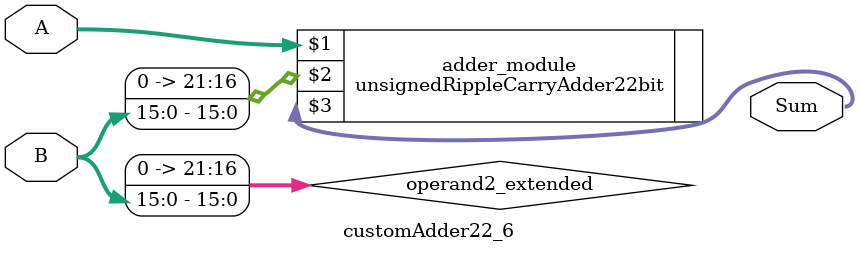
<source format=v>

module customAdder22_6(
                    input [21 : 0] A,
                    input [15 : 0] B,
                    
                    output [22 : 0] Sum
            );

    wire [21 : 0] operand2_extended;
    
    assign operand2_extended =  {6'b0, B};
    
    unsignedRippleCarryAdder22bit adder_module(
        A,
        operand2_extended,
        Sum
    );
    
endmodule
        
</source>
